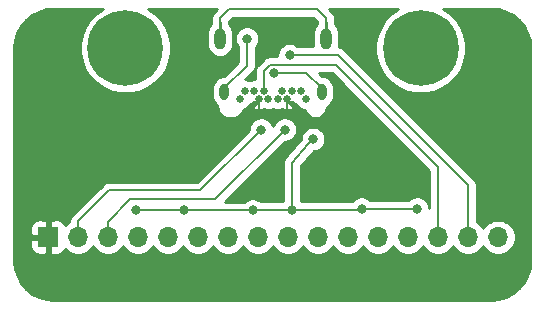
<source format=gbr>
G04 #@! TF.GenerationSoftware,KiCad,Pcbnew,(5.1.5)-3*
G04 #@! TF.CreationDate,2020-05-05T01:34:39+02:00*
G04 #@! TF.ProjectId,USB-C-USB-3.2,5553422d-432d-4555-9342-2d332e322e6b,rev?*
G04 #@! TF.SameCoordinates,Original*
G04 #@! TF.FileFunction,Copper,L2,Bot*
G04 #@! TF.FilePolarity,Positive*
%FSLAX46Y46*%
G04 Gerber Fmt 4.6, Leading zero omitted, Abs format (unit mm)*
G04 Created by KiCad (PCBNEW (5.1.5)-3) date 2020-05-05 01:34:39*
%MOMM*%
%LPD*%
G04 APERTURE LIST*
%ADD10O,0.800000X1.400000*%
%ADD11O,0.950000X1.800000*%
%ADD12C,0.650000*%
%ADD13O,1.700000X1.700000*%
%ADD14R,1.700000X1.700000*%
%ADD15C,6.400000*%
%ADD16C,0.800000*%
%ADD17C,0.200000*%
%ADD18C,0.250000*%
%ADD19C,0.254000*%
G04 APERTURE END LIST*
D10*
X86630000Y-64710000D03*
X78370000Y-64710000D03*
D11*
X78010000Y-60200000D03*
X86990000Y-60200000D03*
D12*
X79700000Y-65310000D03*
X81300000Y-65310000D03*
X82100000Y-65310000D03*
X82900000Y-65310000D03*
X83700000Y-65310000D03*
X85300000Y-65310000D03*
X80100000Y-64610000D03*
X80900000Y-64610000D03*
X81700000Y-64610000D03*
X83300000Y-64610000D03*
X84100000Y-64610000D03*
X84900000Y-64610000D03*
D13*
X101550000Y-77000000D03*
X99010000Y-77000000D03*
X96470000Y-77000000D03*
X93930000Y-77000000D03*
X91390000Y-77000000D03*
X88850000Y-77000000D03*
X86310000Y-77000000D03*
X83770000Y-77000000D03*
X81230000Y-77000000D03*
X78690000Y-77000000D03*
X76150000Y-77000000D03*
X73610000Y-77000000D03*
X71070000Y-77000000D03*
X68530000Y-77000000D03*
X65990000Y-77000000D03*
D14*
X63450000Y-77000000D03*
D15*
X95000000Y-61000000D03*
D16*
X71697056Y-59302944D03*
X70000000Y-58600000D03*
X68302944Y-59302944D03*
X67600000Y-61000000D03*
X68302944Y-62697056D03*
X70000000Y-63400000D03*
X71697056Y-62697056D03*
X72400000Y-61000000D03*
D15*
X70000000Y-61000000D03*
D16*
X85900000Y-68700000D03*
X80780000Y-74740000D03*
X84100000Y-74700000D03*
X75000000Y-74700000D03*
X90000000Y-74600000D03*
X70900000Y-74700000D03*
X94700000Y-74600000D03*
X82600000Y-63100000D03*
X80300000Y-60190000D03*
X83900000Y-61600000D03*
X83500000Y-67900000D03*
X81500000Y-67900000D03*
D17*
X80975001Y-65634999D02*
X80975001Y-65824999D01*
X81300000Y-65310000D02*
X80975001Y-65634999D01*
X80975001Y-65824999D02*
X80400000Y-66400000D01*
X81300000Y-65310000D02*
X81300000Y-66300000D01*
X83700000Y-65310000D02*
X83700000Y-66400000D01*
X83700000Y-65310000D02*
X84700000Y-66310000D01*
X80800000Y-74720000D02*
X80780000Y-74740000D01*
X84100000Y-74700000D02*
X80800000Y-74720000D01*
X85500001Y-69099999D02*
X85900000Y-68700000D01*
X85500001Y-69109999D02*
X85500001Y-69099999D01*
X84100000Y-70700000D02*
X85500001Y-69109999D01*
X84100000Y-74700000D02*
X84100000Y-70700000D01*
X75040000Y-74740000D02*
X75000000Y-74700000D01*
X80780000Y-74740000D02*
X75040000Y-74740000D01*
X89900000Y-74700000D02*
X90000000Y-74600000D01*
X84100000Y-74700000D02*
X89900000Y-74700000D01*
X75000000Y-74700000D02*
X70900000Y-74700000D01*
X90000000Y-74600000D02*
X94700000Y-74600000D01*
X78010000Y-58460000D02*
X78010000Y-58760000D01*
X78770000Y-57700000D02*
X78010000Y-58460000D01*
X86990000Y-58460000D02*
X86230000Y-57700000D01*
X86230000Y-57700000D02*
X78770000Y-57700000D01*
X86990000Y-58760000D02*
X86990000Y-58460000D01*
X86630000Y-64710000D02*
X86630000Y-64410000D01*
X85320000Y-63100000D02*
X82600000Y-63100000D01*
X86630000Y-64410000D02*
X85320000Y-63100000D01*
D18*
X86990000Y-58760000D02*
X86990000Y-60200000D01*
X78010000Y-58760000D02*
X78010000Y-60200000D01*
D17*
X78370000Y-64410000D02*
X78370000Y-64710000D01*
X80300000Y-62480000D02*
X78370000Y-64410000D01*
X80300000Y-60190000D02*
X80300000Y-62480000D01*
X88000000Y-61600000D02*
X99010000Y-72610000D01*
X99010000Y-72610000D02*
X99010000Y-77000000D01*
X83900000Y-61600000D02*
X88000000Y-61600000D01*
X96470000Y-77000000D02*
X96470000Y-71070000D01*
X87799998Y-62399998D02*
X82263998Y-62399998D01*
X96470000Y-71070000D02*
X87799998Y-62399998D01*
X82263998Y-62399998D02*
X81700000Y-62963996D01*
X81700000Y-62963996D02*
X81700000Y-64610000D01*
X83500000Y-67900000D02*
X77590000Y-73810000D01*
X77590000Y-73810000D02*
X70420000Y-73810000D01*
X68530000Y-75700000D02*
X68530000Y-77000000D01*
X70420000Y-73810000D02*
X68530000Y-75700000D01*
X65990000Y-75670000D02*
X65990000Y-77000000D01*
X68610000Y-73050000D02*
X65990000Y-75670000D01*
X76350000Y-73050000D02*
X68610000Y-73050000D01*
X81500000Y-67900000D02*
X76350000Y-73050000D01*
D19*
G36*
X67555330Y-58021161D02*
G01*
X67021161Y-58555330D01*
X66601467Y-59183446D01*
X66312377Y-59881372D01*
X66165000Y-60622285D01*
X66165000Y-61377715D01*
X66312377Y-62118628D01*
X66601467Y-62816554D01*
X67021161Y-63444670D01*
X67555330Y-63978839D01*
X68183446Y-64398533D01*
X68881372Y-64687623D01*
X69622285Y-64835000D01*
X70377715Y-64835000D01*
X71118628Y-64687623D01*
X71816554Y-64398533D01*
X72444670Y-63978839D01*
X72978839Y-63444670D01*
X73398533Y-62816554D01*
X73687623Y-62118628D01*
X73835000Y-61377715D01*
X73835000Y-60622285D01*
X73687623Y-59881372D01*
X73398533Y-59183446D01*
X72978839Y-58555330D01*
X72444670Y-58021161D01*
X71904155Y-57660000D01*
X77770554Y-57660000D01*
X77515808Y-57914746D01*
X77487762Y-57937763D01*
X77395913Y-58049681D01*
X77327663Y-58177368D01*
X77306884Y-58245868D01*
X77285635Y-58315915D01*
X77271444Y-58460000D01*
X77275000Y-58496105D01*
X77275000Y-58564852D01*
X77260997Y-58611015D01*
X77250000Y-58722668D01*
X77250000Y-58962773D01*
X77221315Y-58986314D01*
X77082605Y-59155334D01*
X76979533Y-59348166D01*
X76916062Y-59557402D01*
X76900000Y-59720479D01*
X76900000Y-60679520D01*
X76916062Y-60842597D01*
X76979532Y-61051833D01*
X77082604Y-61244666D01*
X77221314Y-61413686D01*
X77390334Y-61552396D01*
X77583166Y-61655468D01*
X77792402Y-61718938D01*
X78010000Y-61740370D01*
X78227597Y-61718938D01*
X78436833Y-61655468D01*
X78629666Y-61552396D01*
X78798686Y-61413686D01*
X78937396Y-61244666D01*
X79040468Y-61051834D01*
X79103938Y-60842598D01*
X79120000Y-60679521D01*
X79120000Y-59720480D01*
X79103938Y-59557402D01*
X79040468Y-59348166D01*
X78937396Y-59155334D01*
X78798686Y-58986314D01*
X78770000Y-58962772D01*
X78770000Y-58739446D01*
X79074447Y-58435000D01*
X85925554Y-58435000D01*
X86230000Y-58739447D01*
X86230000Y-58962773D01*
X86201315Y-58986314D01*
X86062605Y-59155334D01*
X85959533Y-59348166D01*
X85896062Y-59557402D01*
X85880000Y-59720479D01*
X85880000Y-60679520D01*
X85896062Y-60842597D01*
X85902858Y-60865000D01*
X84628711Y-60865000D01*
X84559774Y-60796063D01*
X84390256Y-60682795D01*
X84201898Y-60604774D01*
X84001939Y-60565000D01*
X83798061Y-60565000D01*
X83598102Y-60604774D01*
X83409744Y-60682795D01*
X83240226Y-60796063D01*
X83096063Y-60940226D01*
X82982795Y-61109744D01*
X82904774Y-61298102D01*
X82865000Y-61498061D01*
X82865000Y-61664998D01*
X82300103Y-61664998D01*
X82263998Y-61661442D01*
X82119913Y-61675633D01*
X81981364Y-61717661D01*
X81865015Y-61779851D01*
X81853678Y-61785911D01*
X81741760Y-61877760D01*
X81718744Y-61905805D01*
X81205808Y-62418742D01*
X81177762Y-62441759D01*
X81085913Y-62553677D01*
X81017663Y-62681364D01*
X80993010Y-62762633D01*
X80975635Y-62819911D01*
X80961444Y-62963996D01*
X80965000Y-63000101D01*
X80965000Y-63650000D01*
X80805448Y-63650000D01*
X80619978Y-63686892D01*
X80500000Y-63736589D01*
X80380022Y-63686892D01*
X80194552Y-63650000D01*
X80169447Y-63650000D01*
X80794193Y-63025254D01*
X80822238Y-63002238D01*
X80914087Y-62890320D01*
X80982337Y-62762633D01*
X81024365Y-62624085D01*
X81035000Y-62516105D01*
X81035000Y-62516098D01*
X81038555Y-62480001D01*
X81035000Y-62443904D01*
X81035000Y-60918711D01*
X81103937Y-60849774D01*
X81217205Y-60680256D01*
X81295226Y-60491898D01*
X81335000Y-60291939D01*
X81335000Y-60088061D01*
X81295226Y-59888102D01*
X81217205Y-59699744D01*
X81103937Y-59530226D01*
X80959774Y-59386063D01*
X80790256Y-59272795D01*
X80601898Y-59194774D01*
X80401939Y-59155000D01*
X80198061Y-59155000D01*
X79998102Y-59194774D01*
X79809744Y-59272795D01*
X79640226Y-59386063D01*
X79496063Y-59530226D01*
X79382795Y-59699744D01*
X79304774Y-59888102D01*
X79265000Y-60088061D01*
X79265000Y-60291939D01*
X79304774Y-60491898D01*
X79382795Y-60680256D01*
X79496063Y-60849774D01*
X79565000Y-60918711D01*
X79565001Y-62175552D01*
X78370510Y-63370043D01*
X78370000Y-63369993D01*
X78167106Y-63389976D01*
X77972008Y-63449159D01*
X77792204Y-63545266D01*
X77634605Y-63674604D01*
X77505267Y-63832203D01*
X77409160Y-64012007D01*
X77349976Y-64207105D01*
X77335000Y-64359162D01*
X77335000Y-65060837D01*
X77349976Y-65212894D01*
X77409159Y-65407992D01*
X77505266Y-65587797D01*
X77634604Y-65745396D01*
X77792203Y-65874734D01*
X77793675Y-65875521D01*
X77785355Y-65960000D01*
X77803890Y-66148193D01*
X77858784Y-66329154D01*
X77947927Y-66495928D01*
X78067893Y-66642107D01*
X78214072Y-66762073D01*
X78380846Y-66851216D01*
X78561807Y-66906110D01*
X78702838Y-66920000D01*
X79097162Y-66920000D01*
X79238193Y-66906110D01*
X79419154Y-66851216D01*
X79585928Y-66762073D01*
X79732107Y-66642107D01*
X79852073Y-66495928D01*
X79941216Y-66329154D01*
X79969730Y-66235155D01*
X79980022Y-66233108D01*
X80154731Y-66160741D01*
X80311964Y-66055681D01*
X80445681Y-65921964D01*
X80543414Y-65775697D01*
X80647464Y-65782931D01*
X80860395Y-65570000D01*
X80994552Y-65570000D01*
X81166121Y-65535873D01*
X81176892Y-65590022D01*
X81183538Y-65606067D01*
X80827069Y-65962536D01*
X80840677Y-66158270D01*
X81014992Y-66231581D01*
X81200260Y-66269475D01*
X81389361Y-66270497D01*
X81575028Y-66234608D01*
X81700270Y-66183523D01*
X81819978Y-66233108D01*
X82005448Y-66270000D01*
X82194552Y-66270000D01*
X82380022Y-66233108D01*
X82500000Y-66183411D01*
X82619978Y-66233108D01*
X82805448Y-66270000D01*
X82994552Y-66270000D01*
X83180022Y-66233108D01*
X83300230Y-66183316D01*
X83414992Y-66231581D01*
X83600260Y-66269475D01*
X83789361Y-66270497D01*
X83975028Y-66234608D01*
X84150126Y-66163187D01*
X84159323Y-66158270D01*
X84172931Y-65962536D01*
X83816462Y-65606067D01*
X83823108Y-65590022D01*
X83833879Y-65535873D01*
X84005448Y-65570000D01*
X84139605Y-65570000D01*
X84352536Y-65782931D01*
X84456586Y-65775697D01*
X84554319Y-65921964D01*
X84688036Y-66055681D01*
X84845269Y-66160741D01*
X85019978Y-66233108D01*
X85187860Y-66266502D01*
X85249259Y-66414731D01*
X85354319Y-66571964D01*
X85488036Y-66705681D01*
X85645269Y-66810741D01*
X85819978Y-66883108D01*
X86005448Y-66920000D01*
X86194552Y-66920000D01*
X86380022Y-66883108D01*
X86554731Y-66810741D01*
X86711964Y-66705681D01*
X86845681Y-66571964D01*
X86950741Y-66414731D01*
X87023108Y-66240022D01*
X87060000Y-66054552D01*
X87060000Y-65953733D01*
X87207797Y-65874734D01*
X87365396Y-65745396D01*
X87494734Y-65587797D01*
X87590841Y-65407993D01*
X87650024Y-65212895D01*
X87665000Y-65060838D01*
X87665000Y-64359163D01*
X87650024Y-64207106D01*
X87590841Y-64012008D01*
X87494734Y-63832203D01*
X87365396Y-63674604D01*
X87207797Y-63545266D01*
X87027993Y-63449159D01*
X86832895Y-63389976D01*
X86630000Y-63369993D01*
X86629490Y-63370043D01*
X86394444Y-63134998D01*
X87495552Y-63134998D01*
X95735001Y-71374448D01*
X95735000Y-74498061D01*
X95695226Y-74298102D01*
X95617205Y-74109744D01*
X95503937Y-73940226D01*
X95359774Y-73796063D01*
X95190256Y-73682795D01*
X95001898Y-73604774D01*
X94801939Y-73565000D01*
X94598061Y-73565000D01*
X94398102Y-73604774D01*
X94209744Y-73682795D01*
X94040226Y-73796063D01*
X93971289Y-73865000D01*
X90728711Y-73865000D01*
X90659774Y-73796063D01*
X90490256Y-73682795D01*
X90301898Y-73604774D01*
X90101939Y-73565000D01*
X89898061Y-73565000D01*
X89698102Y-73604774D01*
X89509744Y-73682795D01*
X89340226Y-73796063D01*
X89196063Y-73940226D01*
X89179510Y-73965000D01*
X84835000Y-73965000D01*
X84835000Y-70977469D01*
X85928999Y-69735000D01*
X86001939Y-69735000D01*
X86201898Y-69695226D01*
X86390256Y-69617205D01*
X86559774Y-69503937D01*
X86703937Y-69359774D01*
X86817205Y-69190256D01*
X86895226Y-69001898D01*
X86935000Y-68801939D01*
X86935000Y-68598061D01*
X86895226Y-68398102D01*
X86817205Y-68209744D01*
X86703937Y-68040226D01*
X86559774Y-67896063D01*
X86390256Y-67782795D01*
X86201898Y-67704774D01*
X86001939Y-67665000D01*
X85798061Y-67665000D01*
X85598102Y-67704774D01*
X85409744Y-67782795D01*
X85240226Y-67896063D01*
X85096063Y-68040226D01*
X84982795Y-68209744D01*
X84904774Y-68398102D01*
X84865000Y-68598061D01*
X84865000Y-68718959D01*
X83587701Y-70169606D01*
X83577763Y-70177762D01*
X83539943Y-70223846D01*
X83524504Y-70241380D01*
X83517036Y-70251758D01*
X83485914Y-70289680D01*
X83474846Y-70310387D01*
X83461128Y-70329450D01*
X83440787Y-70374106D01*
X83417664Y-70417367D01*
X83410849Y-70439834D01*
X83401113Y-70461208D01*
X83389875Y-70508974D01*
X83375636Y-70555915D01*
X83373335Y-70579281D01*
X83367956Y-70602143D01*
X83366253Y-70651184D01*
X83365001Y-70663895D01*
X83365001Y-70687232D01*
X83362931Y-70746837D01*
X83365001Y-70759532D01*
X83365000Y-73969441D01*
X81484549Y-73980838D01*
X81439774Y-73936063D01*
X81270256Y-73822795D01*
X81081898Y-73744774D01*
X80881939Y-73705000D01*
X80678061Y-73705000D01*
X80478102Y-73744774D01*
X80289744Y-73822795D01*
X80120226Y-73936063D01*
X80051289Y-74005000D01*
X78434446Y-74005000D01*
X83504447Y-68935000D01*
X83601939Y-68935000D01*
X83801898Y-68895226D01*
X83990256Y-68817205D01*
X84159774Y-68703937D01*
X84303937Y-68559774D01*
X84417205Y-68390256D01*
X84495226Y-68201898D01*
X84535000Y-68001939D01*
X84535000Y-67798061D01*
X84495226Y-67598102D01*
X84417205Y-67409744D01*
X84303937Y-67240226D01*
X84159774Y-67096063D01*
X83990256Y-66982795D01*
X83801898Y-66904774D01*
X83601939Y-66865000D01*
X83398061Y-66865000D01*
X83198102Y-66904774D01*
X83009744Y-66982795D01*
X82840226Y-67096063D01*
X82696063Y-67240226D01*
X82582795Y-67409744D01*
X82504774Y-67598102D01*
X82500000Y-67622103D01*
X82495226Y-67598102D01*
X82417205Y-67409744D01*
X82303937Y-67240226D01*
X82159774Y-67096063D01*
X81990256Y-66982795D01*
X81801898Y-66904774D01*
X81601939Y-66865000D01*
X81398061Y-66865000D01*
X81198102Y-66904774D01*
X81009744Y-66982795D01*
X80840226Y-67096063D01*
X80696063Y-67240226D01*
X80582795Y-67409744D01*
X80504774Y-67598102D01*
X80465000Y-67798061D01*
X80465000Y-67895553D01*
X76045554Y-72315000D01*
X68646105Y-72315000D01*
X68610000Y-72311444D01*
X68465915Y-72325635D01*
X68327366Y-72367663D01*
X68199680Y-72435913D01*
X68087762Y-72527762D01*
X68064746Y-72555807D01*
X65495808Y-75124746D01*
X65467762Y-75147763D01*
X65375913Y-75259681D01*
X65307663Y-75387368D01*
X65278384Y-75483887D01*
X65265635Y-75525915D01*
X65251444Y-75670000D01*
X65254909Y-75705178D01*
X65043368Y-75846525D01*
X64911513Y-75978380D01*
X64889502Y-75905820D01*
X64830537Y-75795506D01*
X64751185Y-75698815D01*
X64654494Y-75619463D01*
X64544180Y-75560498D01*
X64424482Y-75524188D01*
X64300000Y-75511928D01*
X63735750Y-75515000D01*
X63577000Y-75673750D01*
X63577000Y-76873000D01*
X63597000Y-76873000D01*
X63597000Y-77127000D01*
X63577000Y-77127000D01*
X63577000Y-78326250D01*
X63735750Y-78485000D01*
X64300000Y-78488072D01*
X64424482Y-78475812D01*
X64544180Y-78439502D01*
X64654494Y-78380537D01*
X64751185Y-78301185D01*
X64830537Y-78204494D01*
X64889502Y-78094180D01*
X64911513Y-78021620D01*
X65043368Y-78153475D01*
X65286589Y-78315990D01*
X65556842Y-78427932D01*
X65843740Y-78485000D01*
X66136260Y-78485000D01*
X66423158Y-78427932D01*
X66693411Y-78315990D01*
X66936632Y-78153475D01*
X67143475Y-77946632D01*
X67260000Y-77772240D01*
X67376525Y-77946632D01*
X67583368Y-78153475D01*
X67826589Y-78315990D01*
X68096842Y-78427932D01*
X68383740Y-78485000D01*
X68676260Y-78485000D01*
X68963158Y-78427932D01*
X69233411Y-78315990D01*
X69476632Y-78153475D01*
X69683475Y-77946632D01*
X69800000Y-77772240D01*
X69916525Y-77946632D01*
X70123368Y-78153475D01*
X70366589Y-78315990D01*
X70636842Y-78427932D01*
X70923740Y-78485000D01*
X71216260Y-78485000D01*
X71503158Y-78427932D01*
X71773411Y-78315990D01*
X72016632Y-78153475D01*
X72223475Y-77946632D01*
X72340000Y-77772240D01*
X72456525Y-77946632D01*
X72663368Y-78153475D01*
X72906589Y-78315990D01*
X73176842Y-78427932D01*
X73463740Y-78485000D01*
X73756260Y-78485000D01*
X74043158Y-78427932D01*
X74313411Y-78315990D01*
X74556632Y-78153475D01*
X74763475Y-77946632D01*
X74880000Y-77772240D01*
X74996525Y-77946632D01*
X75203368Y-78153475D01*
X75446589Y-78315990D01*
X75716842Y-78427932D01*
X76003740Y-78485000D01*
X76296260Y-78485000D01*
X76583158Y-78427932D01*
X76853411Y-78315990D01*
X77096632Y-78153475D01*
X77303475Y-77946632D01*
X77420000Y-77772240D01*
X77536525Y-77946632D01*
X77743368Y-78153475D01*
X77986589Y-78315990D01*
X78256842Y-78427932D01*
X78543740Y-78485000D01*
X78836260Y-78485000D01*
X79123158Y-78427932D01*
X79393411Y-78315990D01*
X79636632Y-78153475D01*
X79843475Y-77946632D01*
X79960000Y-77772240D01*
X80076525Y-77946632D01*
X80283368Y-78153475D01*
X80526589Y-78315990D01*
X80796842Y-78427932D01*
X81083740Y-78485000D01*
X81376260Y-78485000D01*
X81663158Y-78427932D01*
X81933411Y-78315990D01*
X82176632Y-78153475D01*
X82383475Y-77946632D01*
X82500000Y-77772240D01*
X82616525Y-77946632D01*
X82823368Y-78153475D01*
X83066589Y-78315990D01*
X83336842Y-78427932D01*
X83623740Y-78485000D01*
X83916260Y-78485000D01*
X84203158Y-78427932D01*
X84473411Y-78315990D01*
X84716632Y-78153475D01*
X84923475Y-77946632D01*
X85040000Y-77772240D01*
X85156525Y-77946632D01*
X85363368Y-78153475D01*
X85606589Y-78315990D01*
X85876842Y-78427932D01*
X86163740Y-78485000D01*
X86456260Y-78485000D01*
X86743158Y-78427932D01*
X87013411Y-78315990D01*
X87256632Y-78153475D01*
X87463475Y-77946632D01*
X87580000Y-77772240D01*
X87696525Y-77946632D01*
X87903368Y-78153475D01*
X88146589Y-78315990D01*
X88416842Y-78427932D01*
X88703740Y-78485000D01*
X88996260Y-78485000D01*
X89283158Y-78427932D01*
X89553411Y-78315990D01*
X89796632Y-78153475D01*
X90003475Y-77946632D01*
X90120000Y-77772240D01*
X90236525Y-77946632D01*
X90443368Y-78153475D01*
X90686589Y-78315990D01*
X90956842Y-78427932D01*
X91243740Y-78485000D01*
X91536260Y-78485000D01*
X91823158Y-78427932D01*
X92093411Y-78315990D01*
X92336632Y-78153475D01*
X92543475Y-77946632D01*
X92660000Y-77772240D01*
X92776525Y-77946632D01*
X92983368Y-78153475D01*
X93226589Y-78315990D01*
X93496842Y-78427932D01*
X93783740Y-78485000D01*
X94076260Y-78485000D01*
X94363158Y-78427932D01*
X94633411Y-78315990D01*
X94876632Y-78153475D01*
X95083475Y-77946632D01*
X95200000Y-77772240D01*
X95316525Y-77946632D01*
X95523368Y-78153475D01*
X95766589Y-78315990D01*
X96036842Y-78427932D01*
X96323740Y-78485000D01*
X96616260Y-78485000D01*
X96903158Y-78427932D01*
X97173411Y-78315990D01*
X97416632Y-78153475D01*
X97623475Y-77946632D01*
X97740000Y-77772240D01*
X97856525Y-77946632D01*
X98063368Y-78153475D01*
X98306589Y-78315990D01*
X98576842Y-78427932D01*
X98863740Y-78485000D01*
X99156260Y-78485000D01*
X99443158Y-78427932D01*
X99713411Y-78315990D01*
X99956632Y-78153475D01*
X100163475Y-77946632D01*
X100280000Y-77772240D01*
X100396525Y-77946632D01*
X100603368Y-78153475D01*
X100846589Y-78315990D01*
X101116842Y-78427932D01*
X101403740Y-78485000D01*
X101696260Y-78485000D01*
X101983158Y-78427932D01*
X102253411Y-78315990D01*
X102496632Y-78153475D01*
X102703475Y-77946632D01*
X102865990Y-77703411D01*
X102977932Y-77433158D01*
X103035000Y-77146260D01*
X103035000Y-76853740D01*
X102977932Y-76566842D01*
X102865990Y-76296589D01*
X102703475Y-76053368D01*
X102496632Y-75846525D01*
X102253411Y-75684010D01*
X101983158Y-75572068D01*
X101696260Y-75515000D01*
X101403740Y-75515000D01*
X101116842Y-75572068D01*
X100846589Y-75684010D01*
X100603368Y-75846525D01*
X100396525Y-76053368D01*
X100280000Y-76227760D01*
X100163475Y-76053368D01*
X99956632Y-75846525D01*
X99745000Y-75705117D01*
X99745000Y-72646094D01*
X99748555Y-72609999D01*
X99745000Y-72573904D01*
X99745000Y-72573895D01*
X99734365Y-72465915D01*
X99692337Y-72327367D01*
X99624087Y-72199680D01*
X99607514Y-72179487D01*
X99555253Y-72115806D01*
X99555250Y-72115803D01*
X99532237Y-72087762D01*
X99504198Y-72064751D01*
X88545259Y-61105813D01*
X88522238Y-61077762D01*
X88410320Y-60985913D01*
X88282633Y-60917663D01*
X88144085Y-60875635D01*
X88075952Y-60868925D01*
X88083938Y-60842598D01*
X88100000Y-60679521D01*
X88100000Y-59720480D01*
X88083938Y-59557402D01*
X88020468Y-59348166D01*
X87917396Y-59155334D01*
X87778686Y-58986314D01*
X87750000Y-58962772D01*
X87750000Y-58722667D01*
X87739003Y-58611014D01*
X87725000Y-58564851D01*
X87725000Y-58496094D01*
X87728555Y-58459999D01*
X87725000Y-58423904D01*
X87725000Y-58423896D01*
X87714365Y-58315916D01*
X87672337Y-58177367D01*
X87604087Y-58049680D01*
X87512238Y-57937762D01*
X87484193Y-57914746D01*
X87229447Y-57660000D01*
X93095845Y-57660000D01*
X92555330Y-58021161D01*
X92021161Y-58555330D01*
X91601467Y-59183446D01*
X91312377Y-59881372D01*
X91165000Y-60622285D01*
X91165000Y-61377715D01*
X91312377Y-62118628D01*
X91601467Y-62816554D01*
X92021161Y-63444670D01*
X92555330Y-63978839D01*
X93183446Y-64398533D01*
X93881372Y-64687623D01*
X94622285Y-64835000D01*
X95377715Y-64835000D01*
X96118628Y-64687623D01*
X96816554Y-64398533D01*
X97444670Y-63978839D01*
X97978839Y-63444670D01*
X98398533Y-62816554D01*
X98687623Y-62118628D01*
X98835000Y-61377715D01*
X98835000Y-60622285D01*
X98687623Y-59881372D01*
X98398533Y-59183446D01*
X97978839Y-58555330D01*
X97444670Y-58021161D01*
X96904155Y-57660000D01*
X100917722Y-57660000D01*
X101598126Y-57726714D01*
X102221572Y-57914943D01*
X102796579Y-58220681D01*
X103301247Y-58632279D01*
X103716362Y-59134067D01*
X104026105Y-59706924D01*
X104218682Y-60329039D01*
X104290001Y-61007594D01*
X104290000Y-78967721D01*
X104223286Y-79648126D01*
X104035057Y-80271570D01*
X103729323Y-80846573D01*
X103317721Y-81351248D01*
X102815933Y-81766362D01*
X102243077Y-82076104D01*
X101620961Y-82268682D01*
X100942417Y-82340000D01*
X63982279Y-82340000D01*
X63301874Y-82273286D01*
X62678430Y-82085057D01*
X62103427Y-81779323D01*
X61598752Y-81367721D01*
X61183638Y-80865933D01*
X60873896Y-80293077D01*
X60681318Y-79670961D01*
X60610000Y-78992417D01*
X60610000Y-77850000D01*
X61961928Y-77850000D01*
X61974188Y-77974482D01*
X62010498Y-78094180D01*
X62069463Y-78204494D01*
X62148815Y-78301185D01*
X62245506Y-78380537D01*
X62355820Y-78439502D01*
X62475518Y-78475812D01*
X62600000Y-78488072D01*
X63164250Y-78485000D01*
X63323000Y-78326250D01*
X63323000Y-77127000D01*
X62123750Y-77127000D01*
X61965000Y-77285750D01*
X61961928Y-77850000D01*
X60610000Y-77850000D01*
X60610000Y-76150000D01*
X61961928Y-76150000D01*
X61965000Y-76714250D01*
X62123750Y-76873000D01*
X63323000Y-76873000D01*
X63323000Y-75673750D01*
X63164250Y-75515000D01*
X62600000Y-75511928D01*
X62475518Y-75524188D01*
X62355820Y-75560498D01*
X62245506Y-75619463D01*
X62148815Y-75698815D01*
X62069463Y-75795506D01*
X62010498Y-75905820D01*
X61974188Y-76025518D01*
X61961928Y-76150000D01*
X60610000Y-76150000D01*
X60610000Y-61032278D01*
X60676714Y-60351874D01*
X60864943Y-59728428D01*
X61170681Y-59153421D01*
X61582279Y-58648753D01*
X62084067Y-58233638D01*
X62656924Y-57923895D01*
X63279039Y-57731318D01*
X63957584Y-57660000D01*
X68095845Y-57660000D01*
X67555330Y-58021161D01*
G37*
X67555330Y-58021161D02*
X67021161Y-58555330D01*
X66601467Y-59183446D01*
X66312377Y-59881372D01*
X66165000Y-60622285D01*
X66165000Y-61377715D01*
X66312377Y-62118628D01*
X66601467Y-62816554D01*
X67021161Y-63444670D01*
X67555330Y-63978839D01*
X68183446Y-64398533D01*
X68881372Y-64687623D01*
X69622285Y-64835000D01*
X70377715Y-64835000D01*
X71118628Y-64687623D01*
X71816554Y-64398533D01*
X72444670Y-63978839D01*
X72978839Y-63444670D01*
X73398533Y-62816554D01*
X73687623Y-62118628D01*
X73835000Y-61377715D01*
X73835000Y-60622285D01*
X73687623Y-59881372D01*
X73398533Y-59183446D01*
X72978839Y-58555330D01*
X72444670Y-58021161D01*
X71904155Y-57660000D01*
X77770554Y-57660000D01*
X77515808Y-57914746D01*
X77487762Y-57937763D01*
X77395913Y-58049681D01*
X77327663Y-58177368D01*
X77306884Y-58245868D01*
X77285635Y-58315915D01*
X77271444Y-58460000D01*
X77275000Y-58496105D01*
X77275000Y-58564852D01*
X77260997Y-58611015D01*
X77250000Y-58722668D01*
X77250000Y-58962773D01*
X77221315Y-58986314D01*
X77082605Y-59155334D01*
X76979533Y-59348166D01*
X76916062Y-59557402D01*
X76900000Y-59720479D01*
X76900000Y-60679520D01*
X76916062Y-60842597D01*
X76979532Y-61051833D01*
X77082604Y-61244666D01*
X77221314Y-61413686D01*
X77390334Y-61552396D01*
X77583166Y-61655468D01*
X77792402Y-61718938D01*
X78010000Y-61740370D01*
X78227597Y-61718938D01*
X78436833Y-61655468D01*
X78629666Y-61552396D01*
X78798686Y-61413686D01*
X78937396Y-61244666D01*
X79040468Y-61051834D01*
X79103938Y-60842598D01*
X79120000Y-60679521D01*
X79120000Y-59720480D01*
X79103938Y-59557402D01*
X79040468Y-59348166D01*
X78937396Y-59155334D01*
X78798686Y-58986314D01*
X78770000Y-58962772D01*
X78770000Y-58739446D01*
X79074447Y-58435000D01*
X85925554Y-58435000D01*
X86230000Y-58739447D01*
X86230000Y-58962773D01*
X86201315Y-58986314D01*
X86062605Y-59155334D01*
X85959533Y-59348166D01*
X85896062Y-59557402D01*
X85880000Y-59720479D01*
X85880000Y-60679520D01*
X85896062Y-60842597D01*
X85902858Y-60865000D01*
X84628711Y-60865000D01*
X84559774Y-60796063D01*
X84390256Y-60682795D01*
X84201898Y-60604774D01*
X84001939Y-60565000D01*
X83798061Y-60565000D01*
X83598102Y-60604774D01*
X83409744Y-60682795D01*
X83240226Y-60796063D01*
X83096063Y-60940226D01*
X82982795Y-61109744D01*
X82904774Y-61298102D01*
X82865000Y-61498061D01*
X82865000Y-61664998D01*
X82300103Y-61664998D01*
X82263998Y-61661442D01*
X82119913Y-61675633D01*
X81981364Y-61717661D01*
X81865015Y-61779851D01*
X81853678Y-61785911D01*
X81741760Y-61877760D01*
X81718744Y-61905805D01*
X81205808Y-62418742D01*
X81177762Y-62441759D01*
X81085913Y-62553677D01*
X81017663Y-62681364D01*
X80993010Y-62762633D01*
X80975635Y-62819911D01*
X80961444Y-62963996D01*
X80965000Y-63000101D01*
X80965000Y-63650000D01*
X80805448Y-63650000D01*
X80619978Y-63686892D01*
X80500000Y-63736589D01*
X80380022Y-63686892D01*
X80194552Y-63650000D01*
X80169447Y-63650000D01*
X80794193Y-63025254D01*
X80822238Y-63002238D01*
X80914087Y-62890320D01*
X80982337Y-62762633D01*
X81024365Y-62624085D01*
X81035000Y-62516105D01*
X81035000Y-62516098D01*
X81038555Y-62480001D01*
X81035000Y-62443904D01*
X81035000Y-60918711D01*
X81103937Y-60849774D01*
X81217205Y-60680256D01*
X81295226Y-60491898D01*
X81335000Y-60291939D01*
X81335000Y-60088061D01*
X81295226Y-59888102D01*
X81217205Y-59699744D01*
X81103937Y-59530226D01*
X80959774Y-59386063D01*
X80790256Y-59272795D01*
X80601898Y-59194774D01*
X80401939Y-59155000D01*
X80198061Y-59155000D01*
X79998102Y-59194774D01*
X79809744Y-59272795D01*
X79640226Y-59386063D01*
X79496063Y-59530226D01*
X79382795Y-59699744D01*
X79304774Y-59888102D01*
X79265000Y-60088061D01*
X79265000Y-60291939D01*
X79304774Y-60491898D01*
X79382795Y-60680256D01*
X79496063Y-60849774D01*
X79565000Y-60918711D01*
X79565001Y-62175552D01*
X78370510Y-63370043D01*
X78370000Y-63369993D01*
X78167106Y-63389976D01*
X77972008Y-63449159D01*
X77792204Y-63545266D01*
X77634605Y-63674604D01*
X77505267Y-63832203D01*
X77409160Y-64012007D01*
X77349976Y-64207105D01*
X77335000Y-64359162D01*
X77335000Y-65060837D01*
X77349976Y-65212894D01*
X77409159Y-65407992D01*
X77505266Y-65587797D01*
X77634604Y-65745396D01*
X77792203Y-65874734D01*
X77793675Y-65875521D01*
X77785355Y-65960000D01*
X77803890Y-66148193D01*
X77858784Y-66329154D01*
X77947927Y-66495928D01*
X78067893Y-66642107D01*
X78214072Y-66762073D01*
X78380846Y-66851216D01*
X78561807Y-66906110D01*
X78702838Y-66920000D01*
X79097162Y-66920000D01*
X79238193Y-66906110D01*
X79419154Y-66851216D01*
X79585928Y-66762073D01*
X79732107Y-66642107D01*
X79852073Y-66495928D01*
X79941216Y-66329154D01*
X79969730Y-66235155D01*
X79980022Y-66233108D01*
X80154731Y-66160741D01*
X80311964Y-66055681D01*
X80445681Y-65921964D01*
X80543414Y-65775697D01*
X80647464Y-65782931D01*
X80860395Y-65570000D01*
X80994552Y-65570000D01*
X81166121Y-65535873D01*
X81176892Y-65590022D01*
X81183538Y-65606067D01*
X80827069Y-65962536D01*
X80840677Y-66158270D01*
X81014992Y-66231581D01*
X81200260Y-66269475D01*
X81389361Y-66270497D01*
X81575028Y-66234608D01*
X81700270Y-66183523D01*
X81819978Y-66233108D01*
X82005448Y-66270000D01*
X82194552Y-66270000D01*
X82380022Y-66233108D01*
X82500000Y-66183411D01*
X82619978Y-66233108D01*
X82805448Y-66270000D01*
X82994552Y-66270000D01*
X83180022Y-66233108D01*
X83300230Y-66183316D01*
X83414992Y-66231581D01*
X83600260Y-66269475D01*
X83789361Y-66270497D01*
X83975028Y-66234608D01*
X84150126Y-66163187D01*
X84159323Y-66158270D01*
X84172931Y-65962536D01*
X83816462Y-65606067D01*
X83823108Y-65590022D01*
X83833879Y-65535873D01*
X84005448Y-65570000D01*
X84139605Y-65570000D01*
X84352536Y-65782931D01*
X84456586Y-65775697D01*
X84554319Y-65921964D01*
X84688036Y-66055681D01*
X84845269Y-66160741D01*
X85019978Y-66233108D01*
X85187860Y-66266502D01*
X85249259Y-66414731D01*
X85354319Y-66571964D01*
X85488036Y-66705681D01*
X85645269Y-66810741D01*
X85819978Y-66883108D01*
X86005448Y-66920000D01*
X86194552Y-66920000D01*
X86380022Y-66883108D01*
X86554731Y-66810741D01*
X86711964Y-66705681D01*
X86845681Y-66571964D01*
X86950741Y-66414731D01*
X87023108Y-66240022D01*
X87060000Y-66054552D01*
X87060000Y-65953733D01*
X87207797Y-65874734D01*
X87365396Y-65745396D01*
X87494734Y-65587797D01*
X87590841Y-65407993D01*
X87650024Y-65212895D01*
X87665000Y-65060838D01*
X87665000Y-64359163D01*
X87650024Y-64207106D01*
X87590841Y-64012008D01*
X87494734Y-63832203D01*
X87365396Y-63674604D01*
X87207797Y-63545266D01*
X87027993Y-63449159D01*
X86832895Y-63389976D01*
X86630000Y-63369993D01*
X86629490Y-63370043D01*
X86394444Y-63134998D01*
X87495552Y-63134998D01*
X95735001Y-71374448D01*
X95735000Y-74498061D01*
X95695226Y-74298102D01*
X95617205Y-74109744D01*
X95503937Y-73940226D01*
X95359774Y-73796063D01*
X95190256Y-73682795D01*
X95001898Y-73604774D01*
X94801939Y-73565000D01*
X94598061Y-73565000D01*
X94398102Y-73604774D01*
X94209744Y-73682795D01*
X94040226Y-73796063D01*
X93971289Y-73865000D01*
X90728711Y-73865000D01*
X90659774Y-73796063D01*
X90490256Y-73682795D01*
X90301898Y-73604774D01*
X90101939Y-73565000D01*
X89898061Y-73565000D01*
X89698102Y-73604774D01*
X89509744Y-73682795D01*
X89340226Y-73796063D01*
X89196063Y-73940226D01*
X89179510Y-73965000D01*
X84835000Y-73965000D01*
X84835000Y-70977469D01*
X85928999Y-69735000D01*
X86001939Y-69735000D01*
X86201898Y-69695226D01*
X86390256Y-69617205D01*
X86559774Y-69503937D01*
X86703937Y-69359774D01*
X86817205Y-69190256D01*
X86895226Y-69001898D01*
X86935000Y-68801939D01*
X86935000Y-68598061D01*
X86895226Y-68398102D01*
X86817205Y-68209744D01*
X86703937Y-68040226D01*
X86559774Y-67896063D01*
X86390256Y-67782795D01*
X86201898Y-67704774D01*
X86001939Y-67665000D01*
X85798061Y-67665000D01*
X85598102Y-67704774D01*
X85409744Y-67782795D01*
X85240226Y-67896063D01*
X85096063Y-68040226D01*
X84982795Y-68209744D01*
X84904774Y-68398102D01*
X84865000Y-68598061D01*
X84865000Y-68718959D01*
X83587701Y-70169606D01*
X83577763Y-70177762D01*
X83539943Y-70223846D01*
X83524504Y-70241380D01*
X83517036Y-70251758D01*
X83485914Y-70289680D01*
X83474846Y-70310387D01*
X83461128Y-70329450D01*
X83440787Y-70374106D01*
X83417664Y-70417367D01*
X83410849Y-70439834D01*
X83401113Y-70461208D01*
X83389875Y-70508974D01*
X83375636Y-70555915D01*
X83373335Y-70579281D01*
X83367956Y-70602143D01*
X83366253Y-70651184D01*
X83365001Y-70663895D01*
X83365001Y-70687232D01*
X83362931Y-70746837D01*
X83365001Y-70759532D01*
X83365000Y-73969441D01*
X81484549Y-73980838D01*
X81439774Y-73936063D01*
X81270256Y-73822795D01*
X81081898Y-73744774D01*
X80881939Y-73705000D01*
X80678061Y-73705000D01*
X80478102Y-73744774D01*
X80289744Y-73822795D01*
X80120226Y-73936063D01*
X80051289Y-74005000D01*
X78434446Y-74005000D01*
X83504447Y-68935000D01*
X83601939Y-68935000D01*
X83801898Y-68895226D01*
X83990256Y-68817205D01*
X84159774Y-68703937D01*
X84303937Y-68559774D01*
X84417205Y-68390256D01*
X84495226Y-68201898D01*
X84535000Y-68001939D01*
X84535000Y-67798061D01*
X84495226Y-67598102D01*
X84417205Y-67409744D01*
X84303937Y-67240226D01*
X84159774Y-67096063D01*
X83990256Y-66982795D01*
X83801898Y-66904774D01*
X83601939Y-66865000D01*
X83398061Y-66865000D01*
X83198102Y-66904774D01*
X83009744Y-66982795D01*
X82840226Y-67096063D01*
X82696063Y-67240226D01*
X82582795Y-67409744D01*
X82504774Y-67598102D01*
X82500000Y-67622103D01*
X82495226Y-67598102D01*
X82417205Y-67409744D01*
X82303937Y-67240226D01*
X82159774Y-67096063D01*
X81990256Y-66982795D01*
X81801898Y-66904774D01*
X81601939Y-66865000D01*
X81398061Y-66865000D01*
X81198102Y-66904774D01*
X81009744Y-66982795D01*
X80840226Y-67096063D01*
X80696063Y-67240226D01*
X80582795Y-67409744D01*
X80504774Y-67598102D01*
X80465000Y-67798061D01*
X80465000Y-67895553D01*
X76045554Y-72315000D01*
X68646105Y-72315000D01*
X68610000Y-72311444D01*
X68465915Y-72325635D01*
X68327366Y-72367663D01*
X68199680Y-72435913D01*
X68087762Y-72527762D01*
X68064746Y-72555807D01*
X65495808Y-75124746D01*
X65467762Y-75147763D01*
X65375913Y-75259681D01*
X65307663Y-75387368D01*
X65278384Y-75483887D01*
X65265635Y-75525915D01*
X65251444Y-75670000D01*
X65254909Y-75705178D01*
X65043368Y-75846525D01*
X64911513Y-75978380D01*
X64889502Y-75905820D01*
X64830537Y-75795506D01*
X64751185Y-75698815D01*
X64654494Y-75619463D01*
X64544180Y-75560498D01*
X64424482Y-75524188D01*
X64300000Y-75511928D01*
X63735750Y-75515000D01*
X63577000Y-75673750D01*
X63577000Y-76873000D01*
X63597000Y-76873000D01*
X63597000Y-77127000D01*
X63577000Y-77127000D01*
X63577000Y-78326250D01*
X63735750Y-78485000D01*
X64300000Y-78488072D01*
X64424482Y-78475812D01*
X64544180Y-78439502D01*
X64654494Y-78380537D01*
X64751185Y-78301185D01*
X64830537Y-78204494D01*
X64889502Y-78094180D01*
X64911513Y-78021620D01*
X65043368Y-78153475D01*
X65286589Y-78315990D01*
X65556842Y-78427932D01*
X65843740Y-78485000D01*
X66136260Y-78485000D01*
X66423158Y-78427932D01*
X66693411Y-78315990D01*
X66936632Y-78153475D01*
X67143475Y-77946632D01*
X67260000Y-77772240D01*
X67376525Y-77946632D01*
X67583368Y-78153475D01*
X67826589Y-78315990D01*
X68096842Y-78427932D01*
X68383740Y-78485000D01*
X68676260Y-78485000D01*
X68963158Y-78427932D01*
X69233411Y-78315990D01*
X69476632Y-78153475D01*
X69683475Y-77946632D01*
X69800000Y-77772240D01*
X69916525Y-77946632D01*
X70123368Y-78153475D01*
X70366589Y-78315990D01*
X70636842Y-78427932D01*
X70923740Y-78485000D01*
X71216260Y-78485000D01*
X71503158Y-78427932D01*
X71773411Y-78315990D01*
X72016632Y-78153475D01*
X72223475Y-77946632D01*
X72340000Y-77772240D01*
X72456525Y-77946632D01*
X72663368Y-78153475D01*
X72906589Y-78315990D01*
X73176842Y-78427932D01*
X73463740Y-78485000D01*
X73756260Y-78485000D01*
X74043158Y-78427932D01*
X74313411Y-78315990D01*
X74556632Y-78153475D01*
X74763475Y-77946632D01*
X74880000Y-77772240D01*
X74996525Y-77946632D01*
X75203368Y-78153475D01*
X75446589Y-78315990D01*
X75716842Y-78427932D01*
X76003740Y-78485000D01*
X76296260Y-78485000D01*
X76583158Y-78427932D01*
X76853411Y-78315990D01*
X77096632Y-78153475D01*
X77303475Y-77946632D01*
X77420000Y-77772240D01*
X77536525Y-77946632D01*
X77743368Y-78153475D01*
X77986589Y-78315990D01*
X78256842Y-78427932D01*
X78543740Y-78485000D01*
X78836260Y-78485000D01*
X79123158Y-78427932D01*
X79393411Y-78315990D01*
X79636632Y-78153475D01*
X79843475Y-77946632D01*
X79960000Y-77772240D01*
X80076525Y-77946632D01*
X80283368Y-78153475D01*
X80526589Y-78315990D01*
X80796842Y-78427932D01*
X81083740Y-78485000D01*
X81376260Y-78485000D01*
X81663158Y-78427932D01*
X81933411Y-78315990D01*
X82176632Y-78153475D01*
X82383475Y-77946632D01*
X82500000Y-77772240D01*
X82616525Y-77946632D01*
X82823368Y-78153475D01*
X83066589Y-78315990D01*
X83336842Y-78427932D01*
X83623740Y-78485000D01*
X83916260Y-78485000D01*
X84203158Y-78427932D01*
X84473411Y-78315990D01*
X84716632Y-78153475D01*
X84923475Y-77946632D01*
X85040000Y-77772240D01*
X85156525Y-77946632D01*
X85363368Y-78153475D01*
X85606589Y-78315990D01*
X85876842Y-78427932D01*
X86163740Y-78485000D01*
X86456260Y-78485000D01*
X86743158Y-78427932D01*
X87013411Y-78315990D01*
X87256632Y-78153475D01*
X87463475Y-77946632D01*
X87580000Y-77772240D01*
X87696525Y-77946632D01*
X87903368Y-78153475D01*
X88146589Y-78315990D01*
X88416842Y-78427932D01*
X88703740Y-78485000D01*
X88996260Y-78485000D01*
X89283158Y-78427932D01*
X89553411Y-78315990D01*
X89796632Y-78153475D01*
X90003475Y-77946632D01*
X90120000Y-77772240D01*
X90236525Y-77946632D01*
X90443368Y-78153475D01*
X90686589Y-78315990D01*
X90956842Y-78427932D01*
X91243740Y-78485000D01*
X91536260Y-78485000D01*
X91823158Y-78427932D01*
X92093411Y-78315990D01*
X92336632Y-78153475D01*
X92543475Y-77946632D01*
X92660000Y-77772240D01*
X92776525Y-77946632D01*
X92983368Y-78153475D01*
X93226589Y-78315990D01*
X93496842Y-78427932D01*
X93783740Y-78485000D01*
X94076260Y-78485000D01*
X94363158Y-78427932D01*
X94633411Y-78315990D01*
X94876632Y-78153475D01*
X95083475Y-77946632D01*
X95200000Y-77772240D01*
X95316525Y-77946632D01*
X95523368Y-78153475D01*
X95766589Y-78315990D01*
X96036842Y-78427932D01*
X96323740Y-78485000D01*
X96616260Y-78485000D01*
X96903158Y-78427932D01*
X97173411Y-78315990D01*
X97416632Y-78153475D01*
X97623475Y-77946632D01*
X97740000Y-77772240D01*
X97856525Y-77946632D01*
X98063368Y-78153475D01*
X98306589Y-78315990D01*
X98576842Y-78427932D01*
X98863740Y-78485000D01*
X99156260Y-78485000D01*
X99443158Y-78427932D01*
X99713411Y-78315990D01*
X99956632Y-78153475D01*
X100163475Y-77946632D01*
X100280000Y-77772240D01*
X100396525Y-77946632D01*
X100603368Y-78153475D01*
X100846589Y-78315990D01*
X101116842Y-78427932D01*
X101403740Y-78485000D01*
X101696260Y-78485000D01*
X101983158Y-78427932D01*
X102253411Y-78315990D01*
X102496632Y-78153475D01*
X102703475Y-77946632D01*
X102865990Y-77703411D01*
X102977932Y-77433158D01*
X103035000Y-77146260D01*
X103035000Y-76853740D01*
X102977932Y-76566842D01*
X102865990Y-76296589D01*
X102703475Y-76053368D01*
X102496632Y-75846525D01*
X102253411Y-75684010D01*
X101983158Y-75572068D01*
X101696260Y-75515000D01*
X101403740Y-75515000D01*
X101116842Y-75572068D01*
X100846589Y-75684010D01*
X100603368Y-75846525D01*
X100396525Y-76053368D01*
X100280000Y-76227760D01*
X100163475Y-76053368D01*
X99956632Y-75846525D01*
X99745000Y-75705117D01*
X99745000Y-72646094D01*
X99748555Y-72609999D01*
X99745000Y-72573904D01*
X99745000Y-72573895D01*
X99734365Y-72465915D01*
X99692337Y-72327367D01*
X99624087Y-72199680D01*
X99607514Y-72179487D01*
X99555253Y-72115806D01*
X99555250Y-72115803D01*
X99532237Y-72087762D01*
X99504198Y-72064751D01*
X88545259Y-61105813D01*
X88522238Y-61077762D01*
X88410320Y-60985913D01*
X88282633Y-60917663D01*
X88144085Y-60875635D01*
X88075952Y-60868925D01*
X88083938Y-60842598D01*
X88100000Y-60679521D01*
X88100000Y-59720480D01*
X88083938Y-59557402D01*
X88020468Y-59348166D01*
X87917396Y-59155334D01*
X87778686Y-58986314D01*
X87750000Y-58962772D01*
X87750000Y-58722667D01*
X87739003Y-58611014D01*
X87725000Y-58564851D01*
X87725000Y-58496094D01*
X87728555Y-58459999D01*
X87725000Y-58423904D01*
X87725000Y-58423896D01*
X87714365Y-58315916D01*
X87672337Y-58177367D01*
X87604087Y-58049680D01*
X87512238Y-57937762D01*
X87484193Y-57914746D01*
X87229447Y-57660000D01*
X93095845Y-57660000D01*
X92555330Y-58021161D01*
X92021161Y-58555330D01*
X91601467Y-59183446D01*
X91312377Y-59881372D01*
X91165000Y-60622285D01*
X91165000Y-61377715D01*
X91312377Y-62118628D01*
X91601467Y-62816554D01*
X92021161Y-63444670D01*
X92555330Y-63978839D01*
X93183446Y-64398533D01*
X93881372Y-64687623D01*
X94622285Y-64835000D01*
X95377715Y-64835000D01*
X96118628Y-64687623D01*
X96816554Y-64398533D01*
X97444670Y-63978839D01*
X97978839Y-63444670D01*
X98398533Y-62816554D01*
X98687623Y-62118628D01*
X98835000Y-61377715D01*
X98835000Y-60622285D01*
X98687623Y-59881372D01*
X98398533Y-59183446D01*
X97978839Y-58555330D01*
X97444670Y-58021161D01*
X96904155Y-57660000D01*
X100917722Y-57660000D01*
X101598126Y-57726714D01*
X102221572Y-57914943D01*
X102796579Y-58220681D01*
X103301247Y-58632279D01*
X103716362Y-59134067D01*
X104026105Y-59706924D01*
X104218682Y-60329039D01*
X104290001Y-61007594D01*
X104290000Y-78967721D01*
X104223286Y-79648126D01*
X104035057Y-80271570D01*
X103729323Y-80846573D01*
X103317721Y-81351248D01*
X102815933Y-81766362D01*
X102243077Y-82076104D01*
X101620961Y-82268682D01*
X100942417Y-82340000D01*
X63982279Y-82340000D01*
X63301874Y-82273286D01*
X62678430Y-82085057D01*
X62103427Y-81779323D01*
X61598752Y-81367721D01*
X61183638Y-80865933D01*
X60873896Y-80293077D01*
X60681318Y-79670961D01*
X60610000Y-78992417D01*
X60610000Y-77850000D01*
X61961928Y-77850000D01*
X61974188Y-77974482D01*
X62010498Y-78094180D01*
X62069463Y-78204494D01*
X62148815Y-78301185D01*
X62245506Y-78380537D01*
X62355820Y-78439502D01*
X62475518Y-78475812D01*
X62600000Y-78488072D01*
X63164250Y-78485000D01*
X63323000Y-78326250D01*
X63323000Y-77127000D01*
X62123750Y-77127000D01*
X61965000Y-77285750D01*
X61961928Y-77850000D01*
X60610000Y-77850000D01*
X60610000Y-76150000D01*
X61961928Y-76150000D01*
X61965000Y-76714250D01*
X62123750Y-76873000D01*
X63323000Y-76873000D01*
X63323000Y-75673750D01*
X63164250Y-75515000D01*
X62600000Y-75511928D01*
X62475518Y-75524188D01*
X62355820Y-75560498D01*
X62245506Y-75619463D01*
X62148815Y-75698815D01*
X62069463Y-75795506D01*
X62010498Y-75905820D01*
X61974188Y-76025518D01*
X61961928Y-76150000D01*
X60610000Y-76150000D01*
X60610000Y-61032278D01*
X60676714Y-60351874D01*
X60864943Y-59728428D01*
X61170681Y-59153421D01*
X61582279Y-58648753D01*
X62084067Y-58233638D01*
X62656924Y-57923895D01*
X63279039Y-57731318D01*
X63957584Y-57660000D01*
X68095845Y-57660000D01*
X67555330Y-58021161D01*
M02*

</source>
